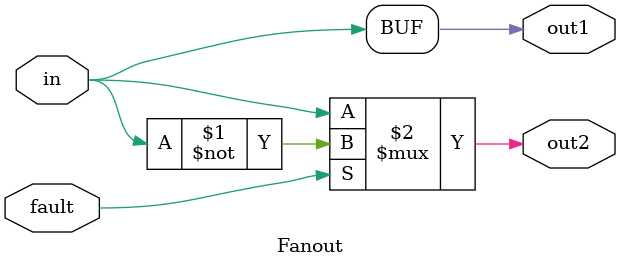
<source format=v>
module Fanout (in, out1, out2, fault);
	input in, fault;
	output out1, out2;
	// if fault =1 the out2 is inverted
	assign out1 = in;
	assign out2 = fault ? ~in : in;
endmodule



</source>
